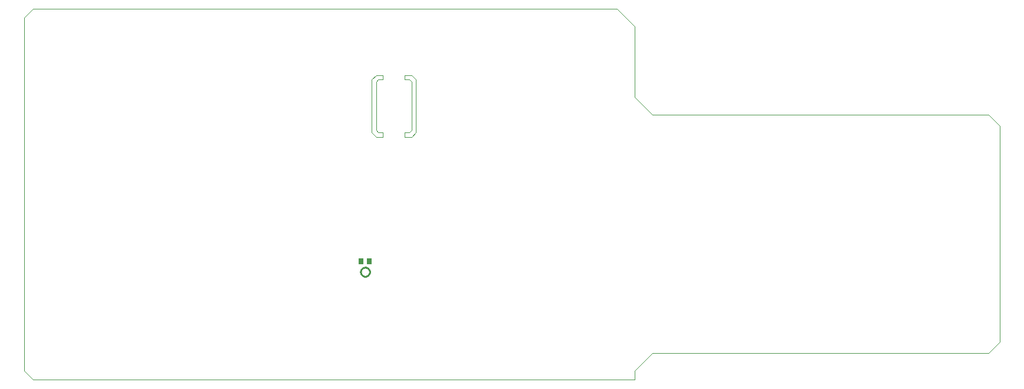
<source format=gbp>
G75*
%MOIN*%
%OFA0B0*%
%FSLAX26Y26*%
%IPPOS*%
%LPD*%
%AMOC8*
5,1,8,0,0,1.08239X$1,22.5*
%
%ADD10C,0.000000*%
%ADD11R,0.027559X0.035433*%
%ADD12R,0.026772X0.035433*%
%ADD13C,0.009843*%
D10*
X00207480Y00100000D02*
X00207480Y02100000D01*
X00257480Y02150000D01*
X03557480Y02150000D01*
X03657480Y02050000D01*
X03657480Y01650000D01*
X03757480Y01550000D01*
X05657480Y01550000D01*
X05719980Y01487500D01*
X05719980Y00262500D01*
X05657480Y00200000D01*
X03757480Y00200000D01*
X03657480Y00100000D01*
X03657480Y00050000D01*
X00257480Y00050000D01*
X00207480Y00100000D01*
X02169980Y01450000D02*
X02194980Y01425000D01*
X02232480Y01425000D01*
X02232480Y01450000D01*
X02207480Y01450000D01*
X02194980Y01462500D01*
X02194980Y01737500D01*
X02207480Y01750000D01*
X02232480Y01750000D01*
X02232480Y01775000D01*
X02194980Y01775000D01*
X02169980Y01750000D01*
X02169980Y01450000D01*
X02357480Y01450000D02*
X02357480Y01425000D01*
X02394980Y01425000D01*
X02419980Y01450000D01*
X02419980Y01750000D01*
X02394980Y01775000D01*
X02357480Y01775000D01*
X02357480Y01750000D01*
X02382480Y01750000D01*
X02394980Y01737500D01*
X02394980Y01462500D01*
X02382480Y01450000D01*
X02357480Y01450000D01*
D11*
X02156890Y00720472D03*
D12*
X02109252Y00720472D03*
D13*
X02107677Y00660630D02*
X02107685Y00661258D01*
X02107708Y00661886D01*
X02107746Y00662513D01*
X02107800Y00663138D01*
X02107869Y00663763D01*
X02107954Y00664385D01*
X02108054Y00665005D01*
X02108169Y00665623D01*
X02108299Y00666237D01*
X02108444Y00666848D01*
X02108604Y00667455D01*
X02108779Y00668059D01*
X02108969Y00668657D01*
X02109173Y00669251D01*
X02109392Y00669840D01*
X02109625Y00670423D01*
X02109872Y00671001D01*
X02110134Y00671572D01*
X02110409Y00672136D01*
X02110699Y00672694D01*
X02111002Y00673244D01*
X02111318Y00673786D01*
X02111647Y00674321D01*
X02111990Y00674848D01*
X02112345Y00675366D01*
X02112713Y00675875D01*
X02113093Y00676374D01*
X02113486Y00676865D01*
X02113890Y00677345D01*
X02114306Y00677816D01*
X02114734Y00678276D01*
X02115172Y00678726D01*
X02115622Y00679164D01*
X02116082Y00679592D01*
X02116553Y00680008D01*
X02117033Y00680412D01*
X02117524Y00680805D01*
X02118023Y00681185D01*
X02118532Y00681553D01*
X02119050Y00681908D01*
X02119577Y00682251D01*
X02120112Y00682580D01*
X02120654Y00682896D01*
X02121204Y00683199D01*
X02121762Y00683489D01*
X02122326Y00683764D01*
X02122897Y00684026D01*
X02123475Y00684273D01*
X02124058Y00684506D01*
X02124647Y00684725D01*
X02125241Y00684929D01*
X02125839Y00685119D01*
X02126443Y00685294D01*
X02127050Y00685454D01*
X02127661Y00685599D01*
X02128275Y00685729D01*
X02128893Y00685844D01*
X02129513Y00685944D01*
X02130135Y00686029D01*
X02130760Y00686098D01*
X02131385Y00686152D01*
X02132012Y00686190D01*
X02132640Y00686213D01*
X02133268Y00686221D01*
X02133896Y00686213D01*
X02134524Y00686190D01*
X02135151Y00686152D01*
X02135776Y00686098D01*
X02136401Y00686029D01*
X02137023Y00685944D01*
X02137643Y00685844D01*
X02138261Y00685729D01*
X02138875Y00685599D01*
X02139486Y00685454D01*
X02140093Y00685294D01*
X02140697Y00685119D01*
X02141295Y00684929D01*
X02141889Y00684725D01*
X02142478Y00684506D01*
X02143061Y00684273D01*
X02143639Y00684026D01*
X02144210Y00683764D01*
X02144774Y00683489D01*
X02145332Y00683199D01*
X02145882Y00682896D01*
X02146424Y00682580D01*
X02146959Y00682251D01*
X02147486Y00681908D01*
X02148004Y00681553D01*
X02148513Y00681185D01*
X02149012Y00680805D01*
X02149503Y00680412D01*
X02149983Y00680008D01*
X02150454Y00679592D01*
X02150914Y00679164D01*
X02151364Y00678726D01*
X02151802Y00678276D01*
X02152230Y00677816D01*
X02152646Y00677345D01*
X02153050Y00676865D01*
X02153443Y00676374D01*
X02153823Y00675875D01*
X02154191Y00675366D01*
X02154546Y00674848D01*
X02154889Y00674321D01*
X02155218Y00673786D01*
X02155534Y00673244D01*
X02155837Y00672694D01*
X02156127Y00672136D01*
X02156402Y00671572D01*
X02156664Y00671001D01*
X02156911Y00670423D01*
X02157144Y00669840D01*
X02157363Y00669251D01*
X02157567Y00668657D01*
X02157757Y00668059D01*
X02157932Y00667455D01*
X02158092Y00666848D01*
X02158237Y00666237D01*
X02158367Y00665623D01*
X02158482Y00665005D01*
X02158582Y00664385D01*
X02158667Y00663763D01*
X02158736Y00663138D01*
X02158790Y00662513D01*
X02158828Y00661886D01*
X02158851Y00661258D01*
X02158859Y00660630D01*
X02158851Y00660002D01*
X02158828Y00659374D01*
X02158790Y00658747D01*
X02158736Y00658122D01*
X02158667Y00657497D01*
X02158582Y00656875D01*
X02158482Y00656255D01*
X02158367Y00655637D01*
X02158237Y00655023D01*
X02158092Y00654412D01*
X02157932Y00653805D01*
X02157757Y00653201D01*
X02157567Y00652603D01*
X02157363Y00652009D01*
X02157144Y00651420D01*
X02156911Y00650837D01*
X02156664Y00650259D01*
X02156402Y00649688D01*
X02156127Y00649124D01*
X02155837Y00648566D01*
X02155534Y00648016D01*
X02155218Y00647474D01*
X02154889Y00646939D01*
X02154546Y00646412D01*
X02154191Y00645894D01*
X02153823Y00645385D01*
X02153443Y00644886D01*
X02153050Y00644395D01*
X02152646Y00643915D01*
X02152230Y00643444D01*
X02151802Y00642984D01*
X02151364Y00642534D01*
X02150914Y00642096D01*
X02150454Y00641668D01*
X02149983Y00641252D01*
X02149503Y00640848D01*
X02149012Y00640455D01*
X02148513Y00640075D01*
X02148004Y00639707D01*
X02147486Y00639352D01*
X02146959Y00639009D01*
X02146424Y00638680D01*
X02145882Y00638364D01*
X02145332Y00638061D01*
X02144774Y00637771D01*
X02144210Y00637496D01*
X02143639Y00637234D01*
X02143061Y00636987D01*
X02142478Y00636754D01*
X02141889Y00636535D01*
X02141295Y00636331D01*
X02140697Y00636141D01*
X02140093Y00635966D01*
X02139486Y00635806D01*
X02138875Y00635661D01*
X02138261Y00635531D01*
X02137643Y00635416D01*
X02137023Y00635316D01*
X02136401Y00635231D01*
X02135776Y00635162D01*
X02135151Y00635108D01*
X02134524Y00635070D01*
X02133896Y00635047D01*
X02133268Y00635039D01*
X02132640Y00635047D01*
X02132012Y00635070D01*
X02131385Y00635108D01*
X02130760Y00635162D01*
X02130135Y00635231D01*
X02129513Y00635316D01*
X02128893Y00635416D01*
X02128275Y00635531D01*
X02127661Y00635661D01*
X02127050Y00635806D01*
X02126443Y00635966D01*
X02125839Y00636141D01*
X02125241Y00636331D01*
X02124647Y00636535D01*
X02124058Y00636754D01*
X02123475Y00636987D01*
X02122897Y00637234D01*
X02122326Y00637496D01*
X02121762Y00637771D01*
X02121204Y00638061D01*
X02120654Y00638364D01*
X02120112Y00638680D01*
X02119577Y00639009D01*
X02119050Y00639352D01*
X02118532Y00639707D01*
X02118023Y00640075D01*
X02117524Y00640455D01*
X02117033Y00640848D01*
X02116553Y00641252D01*
X02116082Y00641668D01*
X02115622Y00642096D01*
X02115172Y00642534D01*
X02114734Y00642984D01*
X02114306Y00643444D01*
X02113890Y00643915D01*
X02113486Y00644395D01*
X02113093Y00644886D01*
X02112713Y00645385D01*
X02112345Y00645894D01*
X02111990Y00646412D01*
X02111647Y00646939D01*
X02111318Y00647474D01*
X02111002Y00648016D01*
X02110699Y00648566D01*
X02110409Y00649124D01*
X02110134Y00649688D01*
X02109872Y00650259D01*
X02109625Y00650837D01*
X02109392Y00651420D01*
X02109173Y00652009D01*
X02108969Y00652603D01*
X02108779Y00653201D01*
X02108604Y00653805D01*
X02108444Y00654412D01*
X02108299Y00655023D01*
X02108169Y00655637D01*
X02108054Y00656255D01*
X02107954Y00656875D01*
X02107869Y00657497D01*
X02107800Y00658122D01*
X02107746Y00658747D01*
X02107708Y00659374D01*
X02107685Y00660002D01*
X02107677Y00660630D01*
M02*

</source>
